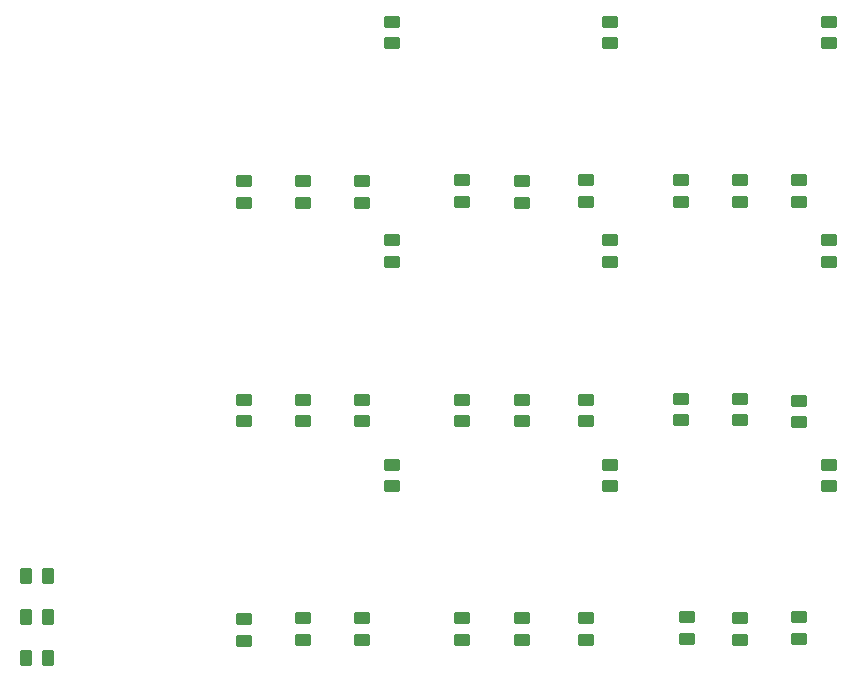
<source format=gbr>
G04 #@! TF.GenerationSoftware,KiCad,Pcbnew,8.0.0*
G04 #@! TF.CreationDate,2024-03-14T11:38:26-06:00*
G04 #@! TF.ProjectId,ColorSensor,436f6c6f-7253-4656-9e73-6f722e6b6963,A*
G04 #@! TF.SameCoordinates,Original*
G04 #@! TF.FileFunction,Paste,Top*
G04 #@! TF.FilePolarity,Positive*
%FSLAX46Y46*%
G04 Gerber Fmt 4.6, Leading zero omitted, Abs format (unit mm)*
G04 Created by KiCad (PCBNEW 8.0.0) date 2024-03-14 11:38:26*
%MOMM*%
%LPD*%
G01*
G04 APERTURE LIST*
G04 Aperture macros list*
%AMRoundRect*
0 Rectangle with rounded corners*
0 $1 Rounding radius*
0 $2 $3 $4 $5 $6 $7 $8 $9 X,Y pos of 4 corners*
0 Add a 4 corners polygon primitive as box body*
4,1,4,$2,$3,$4,$5,$6,$7,$8,$9,$2,$3,0*
0 Add four circle primitives for the rounded corners*
1,1,$1+$1,$2,$3*
1,1,$1+$1,$4,$5*
1,1,$1+$1,$6,$7*
1,1,$1+$1,$8,$9*
0 Add four rect primitives between the rounded corners*
20,1,$1+$1,$2,$3,$4,$5,0*
20,1,$1+$1,$4,$5,$6,$7,0*
20,1,$1+$1,$6,$7,$8,$9,0*
20,1,$1+$1,$8,$9,$2,$3,0*%
G04 Aperture macros list end*
%ADD10RoundRect,0.250000X0.450000X-0.262500X0.450000X0.262500X-0.450000X0.262500X-0.450000X-0.262500X0*%
%ADD11RoundRect,0.250000X-0.450000X0.262500X-0.450000X-0.262500X0.450000X-0.262500X0.450000X0.262500X0*%
%ADD12RoundRect,0.250000X-0.262500X-0.450000X0.262500X-0.450000X0.262500X0.450000X-0.262500X0.450000X0*%
G04 APERTURE END LIST*
D10*
X125500000Y-107412500D03*
X125500000Y-105587500D03*
D11*
X156500000Y-92087500D03*
X156500000Y-93912500D03*
D10*
X135500000Y-88912500D03*
X135500000Y-87087500D03*
D11*
X138000000Y-73587500D03*
X138000000Y-75412500D03*
D10*
X172500000Y-125825000D03*
X172500000Y-124000000D03*
D11*
X175000000Y-92087500D03*
X175000000Y-93912500D03*
D10*
X125500000Y-126000000D03*
X125500000Y-124175000D03*
X154500000Y-88825000D03*
X154500000Y-87000000D03*
X130500000Y-125912500D03*
X130500000Y-124087500D03*
X172500000Y-88825000D03*
X172500000Y-87000000D03*
X167500000Y-107325000D03*
X167500000Y-105500000D03*
X167500000Y-88825000D03*
X167500000Y-87000000D03*
X135500000Y-125912500D03*
X135500000Y-124087500D03*
D12*
X107087500Y-127500000D03*
X108912500Y-127500000D03*
D11*
X175000000Y-73587500D03*
X175000000Y-75412500D03*
D10*
X130500000Y-107412500D03*
X130500000Y-105587500D03*
X154500000Y-125912500D03*
X154500000Y-124087500D03*
X149000000Y-125912500D03*
X149000000Y-124087500D03*
X144000000Y-107412500D03*
X144000000Y-105587500D03*
X135500000Y-107412500D03*
X135500000Y-105587500D03*
X154500000Y-107412500D03*
X154500000Y-105587500D03*
D12*
X107087500Y-124000000D03*
X108912500Y-124000000D03*
D10*
X130500000Y-88912500D03*
X130500000Y-87087500D03*
D11*
X138000000Y-111087500D03*
X138000000Y-112912500D03*
D10*
X149000000Y-88912500D03*
X149000000Y-87087500D03*
X167500000Y-125912500D03*
X167500000Y-124087500D03*
X125500000Y-88912500D03*
X125500000Y-87087500D03*
D11*
X175000000Y-111087500D03*
X175000000Y-112912500D03*
D10*
X162500000Y-107325000D03*
X162500000Y-105500000D03*
D12*
X107087500Y-120500000D03*
X108912500Y-120500000D03*
D10*
X163000000Y-125825000D03*
X163000000Y-124000000D03*
D11*
X138000000Y-92087500D03*
X138000000Y-93912500D03*
D10*
X149000000Y-107412500D03*
X149000000Y-105587500D03*
X172500000Y-107500000D03*
X172500000Y-105675000D03*
X144000000Y-125912500D03*
X144000000Y-124087500D03*
D11*
X156500000Y-73587500D03*
X156500000Y-75412500D03*
D10*
X162500000Y-88825000D03*
X162500000Y-87000000D03*
D11*
X156500000Y-111087500D03*
X156500000Y-112912500D03*
D10*
X144000000Y-88825000D03*
X144000000Y-87000000D03*
M02*

</source>
